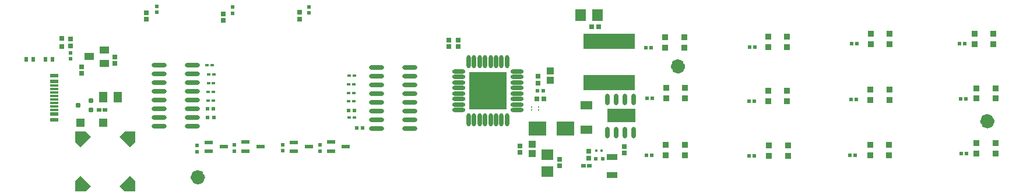
<source format=gtp>
G04*
G04 #@! TF.GenerationSoftware,Altium Limited,CircuitMaker,2.3.0 (2.3.0.3)*
G04*
G04 Layer_Color=7318015*
%FSLAX25Y25*%
%MOIN*%
G70*
G04*
G04 #@! TF.SameCoordinates,9D4FD783-725B-4E00-92F0-F451B6D08482*
G04*
G04*
G04 #@! TF.FilePolarity,Positive*
G04*
G01*
G75*
%ADD18C,0.04331*%
%ADD19R,0.02362X0.01968*%
%ADD20R,0.02835X0.02992*%
%ADD21R,0.02200X0.02200*%
%ADD22O,0.02362X0.06693*%
%ADD23R,0.02559X0.02362*%
%ADD24O,0.02362X0.07677*%
%ADD25R,0.02362X0.02756*%
%ADD26R,0.04921X0.01181*%
%ADD27R,0.01968X0.01772*%
%ADD28R,0.04921X0.06102*%
%ADD29R,0.04921X0.01968*%
%ADD30O,0.07677X0.02362*%
%ADD31R,0.02362X0.02756*%
%ADD32R,0.01968X0.02362*%
%ADD33O,0.08661X0.02362*%
%ADD34R,0.09842X0.07874*%
%ADD35R,0.03937X0.03937*%
%ADD36R,0.07087X0.06496*%
%ADD37R,0.02165X0.01968*%
%ADD38R,0.02559X0.02559*%
%ADD39R,0.01772X0.01772*%
%ADD40R,0.06102X0.03543*%
%ADD41R,0.03740X0.03543*%
%ADD42R,0.06693X0.05118*%
%ADD43R,0.06496X0.07087*%
%ADD44R,0.02992X0.02835*%
%ADD45R,0.29528X0.08661*%
%ADD46P,0.05999X4X270.0*%
%ADD47R,0.06000X0.06000*%
%ADD48P,0.05999X4X360.0*%
%ADD49R,0.06000X0.06000*%
%ADD50C,0.00984*%
G04:AMPARAMS|DCode=51|XSize=23.62mil|YSize=29.53mil|CornerRadius=4.72mil|HoleSize=0mil|Usage=FLASHONLY|Rotation=90.000|XOffset=0mil|YOffset=0mil|HoleType=Round|Shape=RoundedRectangle|*
%AMROUNDEDRECTD51*
21,1,0.02362,0.02008,0,0,90.0*
21,1,0.01417,0.02953,0,0,90.0*
1,1,0.00945,0.01004,0.00709*
1,1,0.00945,0.01004,-0.00709*
1,1,0.00945,-0.01004,-0.00709*
1,1,0.00945,-0.01004,0.00709*
%
%ADD51ROUNDEDRECTD51*%
%ADD52R,0.05000X0.05000*%
%ADD53R,0.05512X0.03937*%
%ADD54R,0.04921X0.02362*%
G36*
X288400Y73346D02*
X288400Y52135D01*
X267219Y52135D01*
X267111Y52027D01*
X267003Y52135D01*
X267003Y73346D01*
X288430Y73375D01*
X288400Y73346D01*
X288400Y73346D02*
G37*
G36*
X361900Y44715D02*
X346014Y44715D01*
X346014Y52284D01*
X361900Y52284D01*
X361900Y44715D01*
X361900Y44715D02*
G37*
D18*
X565227Y45172D02*
G03*
X565227Y45172I-1969J0D01*
G01*
X388298Y76609D02*
G03*
X388298Y76609I-1969J0D01*
G01*
X113741Y13085D02*
G03*
X113741Y13085I-1969J0D01*
G01*
D19*
X175403Y110802D02*
D03*
X175403Y107298D02*
D03*
X88189Y111142D02*
D03*
X88189Y107638D02*
D03*
X131654Y110539D02*
D03*
X131654Y107035D02*
D03*
X181555Y28120D02*
D03*
X181555Y31624D02*
D03*
X160167Y28258D02*
D03*
X160167Y31762D02*
D03*
X132815Y28032D02*
D03*
X132815Y31535D02*
D03*
X111378Y27707D02*
D03*
X111378Y31211D02*
D03*
X38857Y84401D02*
D03*
X38857Y80897D02*
D03*
D20*
X170019Y103765D02*
D03*
X170019Y107545D02*
D03*
X82382Y103593D02*
D03*
X82382Y107372D02*
D03*
X126191Y102990D02*
D03*
X126191Y106770D02*
D03*
X45423Y72658D02*
D03*
X45423Y76437D02*
D03*
X296005Y27357D02*
D03*
X296005Y31136D02*
D03*
X318758Y23339D02*
D03*
X318758Y19559D02*
D03*
X355757Y27049D02*
D03*
X355757Y30829D02*
D03*
X260658Y91739D02*
D03*
X260658Y87959D02*
D03*
X306391Y70913D02*
D03*
X306391Y67133D02*
D03*
X64341Y82156D02*
D03*
X64341Y78376D02*
D03*
X33957Y88149D02*
D03*
X33957Y92549D02*
D03*
X255258Y91749D02*
D03*
X255258Y87970D02*
D03*
D21*
X343158Y23849D02*
D03*
X339158Y23849D02*
D03*
D22*
X360943Y57828D02*
D03*
X355943Y57828D02*
D03*
X350942Y57828D02*
D03*
X345942Y57828D02*
D03*
X360943Y38537D02*
D03*
X355943Y38537D02*
D03*
X350942Y38537D02*
D03*
X345942Y38537D02*
D03*
D23*
X332284Y19749D02*
D03*
X335631Y19749D02*
D03*
X58551Y51749D02*
D03*
X55205Y51749D02*
D03*
D24*
X276016Y46089D02*
D03*
X288615Y79357D02*
D03*
X285465Y79357D02*
D03*
X282316Y79357D02*
D03*
X279166Y79357D02*
D03*
X276016Y79357D02*
D03*
X272867Y79357D02*
D03*
X269717Y79357D02*
D03*
X266568Y79357D02*
D03*
X266568Y46089D02*
D03*
X269717Y46089D02*
D03*
X272867Y46089D02*
D03*
X279166Y46089D02*
D03*
X282316Y46089D02*
D03*
X285465Y46089D02*
D03*
X288615Y46089D02*
D03*
D25*
X24789Y80549D02*
D03*
X17701Y80549D02*
D03*
D26*
X29661Y63598D02*
D03*
X29661Y61629D02*
D03*
X29661Y65566D02*
D03*
X29661Y51787D02*
D03*
X29661Y55724D02*
D03*
X29661Y53755D02*
D03*
X29661Y57692D02*
D03*
X29661Y59661D02*
D03*
D27*
X197953Y61349D02*
D03*
X200905Y61349D02*
D03*
X120792Y67134D02*
D03*
X117839Y67134D02*
D03*
X120881Y72134D02*
D03*
X117928Y72134D02*
D03*
X120658Y57149D02*
D03*
X117705Y57149D02*
D03*
X120684Y62026D02*
D03*
X117731Y62026D02*
D03*
X120035Y77335D02*
D03*
X117082Y77335D02*
D03*
X198076Y66248D02*
D03*
X201028Y66248D02*
D03*
X198057Y56649D02*
D03*
X201010Y56649D02*
D03*
X198199Y71486D02*
D03*
X201152Y71486D02*
D03*
X198376Y47500D02*
D03*
X201329Y47500D02*
D03*
D28*
X57766Y59134D02*
D03*
X65837Y59134D02*
D03*
D29*
X139075Y33219D02*
D03*
X139075Y28100D02*
D03*
X147539Y30659D02*
D03*
X196407Y30630D02*
D03*
X187943Y28071D02*
D03*
X187943Y33189D02*
D03*
X175167Y30600D02*
D03*
X166703Y28041D02*
D03*
X166703Y33160D02*
D03*
X126516Y30620D02*
D03*
X118051Y28061D02*
D03*
X118051Y33179D02*
D03*
D30*
X294225Y51700D02*
D03*
X294225Y54849D02*
D03*
X294225Y57999D02*
D03*
X294225Y61148D02*
D03*
X294225Y64298D02*
D03*
X294225Y67448D02*
D03*
X294225Y70597D02*
D03*
X294225Y73747D02*
D03*
X260958Y73747D02*
D03*
X260958Y70597D02*
D03*
X260958Y67448D02*
D03*
X260958Y64298D02*
D03*
X260958Y61148D02*
D03*
X260958Y57999D02*
D03*
X260958Y54849D02*
D03*
X260958Y51700D02*
D03*
D31*
X13764Y80549D02*
D03*
X28726Y80549D02*
D03*
D32*
X197901Y51349D02*
D03*
X201405Y51349D02*
D03*
X202505Y41199D02*
D03*
X206009Y41199D02*
D03*
X120792Y52449D02*
D03*
X117288Y52449D02*
D03*
X120841Y47203D02*
D03*
X117337Y47203D02*
D03*
X309443Y62523D02*
D03*
X305939Y62523D02*
D03*
D33*
X214060Y76081D02*
D03*
X214060Y71081D02*
D03*
X214060Y66081D02*
D03*
X214060Y61081D02*
D03*
X214060Y56081D02*
D03*
X214060Y51081D02*
D03*
X214060Y46081D02*
D03*
X214060Y41081D02*
D03*
X232958Y76081D02*
D03*
X232958Y71081D02*
D03*
X232958Y66081D02*
D03*
X232958Y61081D02*
D03*
X232958Y56081D02*
D03*
X232958Y51081D02*
D03*
X232958Y46081D02*
D03*
X232958Y41081D02*
D03*
X108666Y42223D02*
D03*
X108666Y47223D02*
D03*
X108666Y52223D02*
D03*
X108666Y57223D02*
D03*
X108666Y62223D02*
D03*
X108666Y67223D02*
D03*
X108666Y72223D02*
D03*
X108666Y77223D02*
D03*
X89768Y42223D02*
D03*
X89768Y47223D02*
D03*
X89768Y52223D02*
D03*
X89768Y57223D02*
D03*
X89768Y62223D02*
D03*
X89768Y67223D02*
D03*
X89768Y72223D02*
D03*
X89768Y77223D02*
D03*
D34*
X306107Y41130D02*
D03*
X321855Y41130D02*
D03*
D35*
X303005Y32102D02*
D03*
X303005Y26590D02*
D03*
X313191Y68623D02*
D03*
X313191Y74135D02*
D03*
D36*
X311757Y16426D02*
D03*
X311757Y26072D02*
D03*
D37*
X371310Y25697D02*
D03*
X368357Y25697D02*
D03*
X371487Y58297D02*
D03*
X368534Y58297D02*
D03*
X371034Y87349D02*
D03*
X368081Y87349D02*
D03*
X430187Y87696D02*
D03*
X427234Y87696D02*
D03*
X429963Y25444D02*
D03*
X427010Y25444D02*
D03*
X427058Y56749D02*
D03*
X430010Y56749D02*
D03*
X488381Y57596D02*
D03*
X485428Y57596D02*
D03*
X488758Y89549D02*
D03*
X485805Y89549D02*
D03*
X487534Y25749D02*
D03*
X484581Y25749D02*
D03*
X548481Y26849D02*
D03*
X551434Y26849D02*
D03*
X548058Y58149D02*
D03*
X551010Y58149D02*
D03*
X550410Y89649D02*
D03*
X547458Y89649D02*
D03*
D38*
X335457Y23981D02*
D03*
X335457Y27918D02*
D03*
X38857Y88412D02*
D03*
X38857Y92349D02*
D03*
D39*
X339583Y28449D02*
D03*
X342732Y28449D02*
D03*
D40*
X348701Y14291D02*
D03*
X348701Y24724D02*
D03*
D41*
X379344Y31602D02*
D03*
X390171Y31602D02*
D03*
X379344Y25697D02*
D03*
X390171Y25697D02*
D03*
X389871Y93302D02*
D03*
X379044Y93302D02*
D03*
X379044Y87397D02*
D03*
X389871Y87397D02*
D03*
X449284Y31349D02*
D03*
X438457Y31349D02*
D03*
X438457Y25444D02*
D03*
X449284Y25444D02*
D03*
X448671Y56696D02*
D03*
X437844Y56696D02*
D03*
X448671Y62602D02*
D03*
X437844Y62602D02*
D03*
X448671Y93602D02*
D03*
X437844Y93602D02*
D03*
X437844Y87696D02*
D03*
X448671Y87696D02*
D03*
X390371Y64202D02*
D03*
X390371Y58297D02*
D03*
X379544Y58297D02*
D03*
X379544Y64202D02*
D03*
X555944Y95402D02*
D03*
X566771Y95402D02*
D03*
X555944Y89496D02*
D03*
X566771Y89496D02*
D03*
X507084Y31549D02*
D03*
X496257Y31549D02*
D03*
X496257Y25644D02*
D03*
X507084Y25644D02*
D03*
X567971Y32702D02*
D03*
X557144Y32702D02*
D03*
X557144Y26796D02*
D03*
X567971Y26796D02*
D03*
X507271Y63202D02*
D03*
X507271Y57297D02*
D03*
X496444Y57297D02*
D03*
X496444Y63202D02*
D03*
X507471Y95202D02*
D03*
X496644Y95202D02*
D03*
X496644Y89297D02*
D03*
X507471Y89297D02*
D03*
X567971Y64102D02*
D03*
X567971Y58197D02*
D03*
X557144Y58197D02*
D03*
X557144Y64102D02*
D03*
D42*
X333857Y54449D02*
D03*
X333857Y40449D02*
D03*
D43*
X330535Y106149D02*
D03*
X340180Y106149D02*
D03*
D44*
X340880Y99233D02*
D03*
X337101Y99233D02*
D03*
X309571Y58023D02*
D03*
X305791Y58023D02*
D03*
D45*
X347058Y67238D02*
D03*
X347058Y90860D02*
D03*
D46*
X47585Y8029D02*
D03*
X44585Y11029D02*
D03*
X69824Y36269D02*
D03*
X72824Y33269D02*
D03*
D47*
X44585Y8029D02*
D03*
X72824Y36269D02*
D03*
D48*
X72824Y11029D02*
D03*
X69824Y8029D02*
D03*
X44585Y33269D02*
D03*
X47585Y36269D02*
D03*
D49*
X72824Y8029D02*
D03*
X44585Y36269D02*
D03*
D50*
X306528Y51709D02*
D03*
X302591Y51709D02*
D03*
X306528Y53323D02*
D03*
X302591Y53323D02*
D03*
D51*
X43363Y54349D02*
D03*
X50647Y56908D02*
D03*
X50647Y51790D02*
D03*
D52*
X57505Y44249D02*
D03*
X44505Y44249D02*
D03*
D53*
X58150Y78504D02*
D03*
X58150Y85984D02*
D03*
X49488Y82244D02*
D03*
D54*
X29661Y68126D02*
D03*
X29661Y49228D02*
D03*
X29661Y46078D02*
D03*
X29661Y71275D02*
D03*
M02*

</source>
